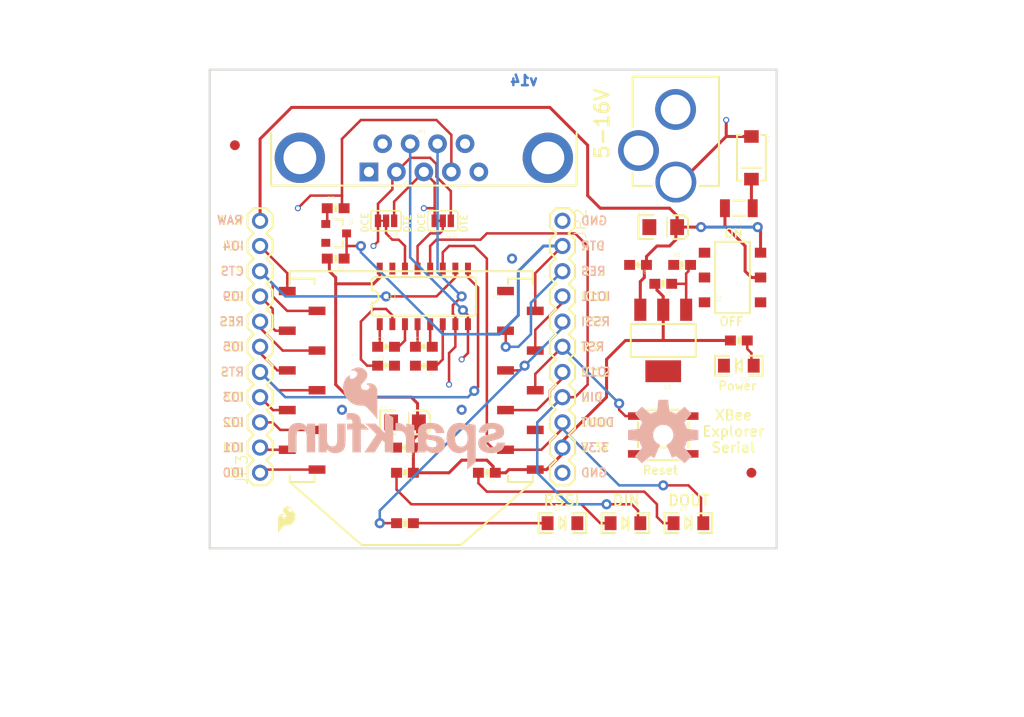
<source format=kicad_pcb>
(kicad_pcb (version 20211014) (generator pcbnew)
  (layers (0 "F.Cu" signal) (31 "B.Cu" signal) (34 "B.Paste" user) (35 "F.Paste" user) (36 "B.SilkS" user "B.Silkscreen") (37 "F.SilkS" user "F.Silkscreen") (38 "B.Mask" user) (39 "F.Mask" user) (44 "Edge.Cuts" user))
  (net 0 "")
  (net 1 "GND")
  (net 2 "RESET")
  (net 3 "RAW")
  (net 4 "N$38")
  (net 5 "N$1")
  (net 6 "N$4")
  (net 7 "DIN")
  (net 8 "DOUT")
  (net 9 "3.3V")
  (net 10 "DIO4")
  (net 11 "CTS")
  (net 12 "DIO9")
  (net 13 "DIO5")
  (net 14 "RTS")
  (net 15 "DIO3")
  (net 16 "DIO2")
  (net 17 "DIO1")
  (net 18 "DIO0")
  (net 19 "RES1")
  (net 20 "RES2")
  (net 21 "DIO11")
  (net 22 "RSSI")
  (net 23 "DIO12")
  (net 24 "N$2")
  (net 25 "N$5")
  (net 26 "N$6")
  (net 27 "N$7")
  (net 28 "N$8")
  (net 29 "N$9")
  (net 30 "N$3")
  (net 31 "N$15")
  (net 32 "N$16")
  (net 33 "RS232-RTS")
  (net 34 "RS232-CTS")
  (net 35 "RS232-DTR")
  (net 36 "RS232-RX")
  (net 37 "DTR")
  (net 38 "N$10")
  (net 39 "N$11")
  (net 40 "N$12")
  (net 41 "N$13")
  (net 42 "N$14")
  (net 43 "RS232-TX")
  (footprint "boardEagle:1X11" (layer "F.Cu") (at 125.0061 121.5136 90)
    (fp_text reference "JP3")
    (fp_text value "")
  )
  (footprint "boardEagle:0603-RES" (layer "F.Cu") (at 139.6111 121.5136 180)
    (fp_text reference "R1")
    (fp_text value "1K")
  )
  (footprint "boardEagle:STAND-OFF" (layer "F.Cu") (at 122.4661 126.5936 -90)
    (fp_text reference "U$5" hide)
    (fp_text value "STAND-OFF" hide)
  )
  (footprint "boardEagle:AYZ0202" (layer "F.Cu") (at 172.6311 101.8286 90)
    (fp_text reference "S1")
    (fp_text value "AYZ0202")
  )
  (footprint "boardEagle:EIA3216" (layer "F.Cu") (at 139.6111 116.4336)
    (fp_text reference "C1")
    (fp_text value "10uF")
  )
  (footprint "boardEagle:PAD-JUMPER-3-2OF3_NC_BY_TRACE_YES_SILK_FULL_BOX" (layer "F.Cu") (at 137.7061 96.1136 180)
    (fp_text reference "SJ1")
    (fp_text value "JUMPER-PAD-3-2OF3_NC_BY_TRACE_SMALL")
  )
  (footprint "boardEagle:TP_15TH" (layer "F.Cu") (at 144.0561 112.6236)
    (fp_text reference "TP2" hide)
    (fp_text value "TEST-POINTTP_15TH_THRU" hide)
  )
  (footprint "boardEagle:CREATIVE_COMMONS" (layer "F.Cu") (at 119.108044 143.2052)
    (fp_text reference "FRAME1" hide)
    (fp_text value "FRAME-LETTER" hide)
  )
  (footprint "boardEagle:LED-1206" (layer "F.Cu") (at 173.2661 110.7186 180)
    (fp_text reference "D5")
    (fp_text value "RED")
  )
  (footprint "boardEagle:DB9" (layer "F.Cu") (at 141.5161 89.7636)
    (fp_text reference "JP1")
    (fp_text value "RS232")
  )
  (footprint "boardEagle:SMA-DIODE" (layer "F.Cu") (at 174.5361 89.7636 -90)
    (fp_text reference "D1")
    (fp_text value "MBRA140")
  )
  (footprint "boardEagle:0603-CAP" (layer "F.Cu") (at 137.7061 108.8136)
    (fp_text reference "C3")
    (fp_text value "0.1uF")
  )
  (footprint "boardEagle:0603-CAP" (layer "F.Cu") (at 137.7061 110.7186)
    (fp_text reference "C4")
    (fp_text value "0.1uF")
  )
  (footprint "boardEagle:REVISION" (layer "F.Cu") (at 131.4069 145.7452)
    (fp_text reference "U$1" hide)
    (fp_text value "REVISION" hide)
  )
  (footprint "boardEagle:SFE_LOGO_FLAME_.1" (layer "F.Cu") (at 126.5301 127.8128)
    (fp_text reference "LOGO3" hide)
    (fp_text value "SFE_LOGO_FLAME.1_INCH" hide)
  )
  (footprint "boardEagle:0603-RES" (layer "F.Cu") (at 132.6261 99.9236 180)
    (fp_text reference "R2")
    (fp_text value "10K")
  )
  (footprint "boardEagle:FIDUCIAL-1X2" (layer "F.Cu") (at 122.4661 88.4936 -90)
    (fp_text reference "U$7" hide)
    (fp_text value "FIDUCIAL1X2" hide)
  )
  (footprint "boardEagle:0603-RES" (layer "F.Cu") (at 139.6111 126.5936 180)
    (fp_text reference "R4")
    (fp_text value "1K")
  )
  (footprint "boardEagle:STAND-OFF" (layer "F.Cu") (at 174.5361 126.5936 -90)
    (fp_text reference "U$9" hide)
    (fp_text value "STAND-OFF" hide)
  )
  (footprint "boardEagle:STAND-OFF" (layer "F.Cu") (at 122.4661 83.4136 -90)
    (fp_text reference "U$11" hide)
    (fp_text value "STAND-OFF" hide)
  )
  (footprint "boardEagle:0603-CAP" (layer "F.Cu") (at 163.1061 100.5586 180)
    (fp_text reference "C8")
    (fp_text value "0.1uF")
  )
  (footprint "boardEagle:TP_15TH" (layer "F.Cu") (at 141.5161 94.8436)
    (fp_text reference "TP4" hide)
    (fp_text value "TEST-POINTTP_15TH_THRU" hide)
  )
  (footprint "boardEagle:0603-RES" (layer "F.Cu") (at 147.8661 121.5136 180)
    (fp_text reference "R3")
    (fp_text value "1K")
  )
  (footprint "boardEagle:TP_15TH" (layer "F.Cu") (at 128.8161 94.8436)
    (fp_text reference "TP3" hide)
    (fp_text value "TEST-POINTTP_15TH_THRU" hide)
  )
  (footprint "boardEagle:SOT223" (layer "F.Cu") (at 165.6461 108.1786 180)
    (fp_text reference "U3")
    (fp_text value "LM117")
  )
  (footprint "boardEagle:PAD-JUMPER-3-2OF3_NC_BY_TRACE_YES_SILK_FULL_BOX" (layer "F.Cu") (at 143.4211 96.1136 180)
    (fp_text reference "SJ2")
    (fp_text value "JUMPER-PAD-3-2OF3_NC_BY_TRACE_SMALL")
  )
  (footprint "boardEagle:PTC-1206" (layer "F.Cu") (at 173.2661 94.8436 180)
    (fp_text reference "F1")
    (fp_text value "PTCTHERMISTOR1206")
  )
  (footprint "boardEagle:LED-1206" (layer "F.Cu") (at 161.8361 126.5936)
    (fp_text reference "D2")
    (fp_text value "YELLOW")
  )
  (footprint "boardEagle:0603-CAP" (layer "F.Cu") (at 139.6111 118.9736 180)
    (fp_text reference "C2")
    (fp_text value "0.1uF")
  )
  (footprint "boardEagle:0603-CAP" (layer "F.Cu") (at 141.5161 108.8136)
    (fp_text reference "C5")
    (fp_text value "0.1uF")
  )
  (footprint "boardEagle:EIA3216" (layer "F.Cu") (at 165.6461 96.7486)
    (fp_text reference "C7")
    (fp_text value "10uF")
  )
  (footprint "boardEagle:TACTILE-SWITCH-SMD" (layer "F.Cu") (at 165.6461 117.7036)
    (fp_text reference "S3")
    (fp_text value "TAC_SWITCHSMD")
  )
  (footprint "boardEagle:TP_15TH" (layer "F.Cu") (at 136.4361 98.6536)
    (fp_text reference "TP5" hide)
    (fp_text value "TEST-POINTTP_15TH_THRU" hide)
  )
  (footprint "boardEagle:SO016" (layer "F.Cu") (at 141.5161 103.7336)
    (fp_text reference "U1")
    (fp_text value "MAX232SOIC16")
  )
  (footprint "boardEagle:POWER_JACK_PTH_LOCK" (layer "F.Cu") (at 166.9161 78.3336 180)
    (fp_text reference "JP4" hide)
    (fp_text value "POWER_JACKPTH_LOCK" hide)
  )
  (footprint "boardEagle:SOT23-3" (layer "F.Cu") (at 132.6261 97.3836 -90)
    (fp_text reference "Q1")
    (fp_text value "MBT2222")
  )
  (footprint "boardEagle:LED-1206" (layer "F.Cu") (at 168.1861 126.5936)
    (fp_text reference "D3")
    (fp_text value "GREEN")
  )
  (footprint "boardEagle:0603-CAP" (layer "F.Cu") (at 141.5161 110.7186 180)
    (fp_text reference "C6")
    (fp_text value "0.1uF")
  )
  (footprint "boardEagle:0603-RES" (layer "F.Cu") (at 173.2661 108.1786 180)
    (fp_text reference "R11")
    (fp_text value "1K")
  )
  (footprint "boardEagle:STAND-OFF" (layer "F.Cu") (at 174.5361 83.4136 -90)
    (fp_text reference "U$10" hide)
    (fp_text value "STAND-OFF" hide)
  )
  (footprint "boardEagle:XBEE-SMD" (layer "F.Cu") (at 140.2461 101.1936 180)
    (fp_text reference "U2")
    (fp_text value "XBEE-1B3")
  )
  (footprint "boardEagle:1X11" (layer "F.Cu") (at 155.4861 96.1136 -90)
    (fp_text reference "JP2")
    (fp_text value "")
  )
  (footprint "boardEagle:FIDUCIAL-1X2" (layer "F.Cu") (at 174.5361 121.5136 -90)
    (fp_text reference "U$16" hide)
    (fp_text value "FIDUCIAL1X2" hide)
  )
  (footprint "boardEagle:LED-1206" (layer "F.Cu") (at 155.4861 126.5936)
    (fp_text reference "D4")
    (fp_text value "GREEN")
  )
  (footprint "boardEagle:0603-RES" (layer "F.Cu") (at 165.6461 102.4636 180)
    (fp_text reference "R6")
    (fp_text value "240")
  )
  (footprint "boardEagle:0603-RES" (layer "F.Cu") (at 167.5511 100.5586)
    (fp_text reference "R5")
    (fp_text value "390")
  )
  (footprint "boardEagle:TP_15TH" (layer "F.Cu") (at 145.3261 110.0836)
    (fp_text reference "TP1" hide)
    (fp_text value "TEST-POINTTP_15TH_THRU" hide)
  )
  (footprint "boardEagle:TP_15TH" (layer "F.Cu") (at 171.9961 85.9536)
    (fp_text reference "TP6" hide)
    (fp_text value "TEST-POINTTP_15TH_THRU" hide)
  )
  (footprint "boardEagle:0603-RES" (layer "F.Cu") (at 132.6261 94.8436)
    (fp_text reference "R7")
    (fp_text value "1K")
  )
  (footprint "boardEagle:OSHW-LOGO-L" (layer "B.Cu") (at 165.6461 117.7036 180)
    (fp_text reference "LOGO1" hide)
    (fp_text value "OSHW-LOGOL" hide)
  )
  (footprint "boardEagle:SFE_LOGO_NAME_FLAME_.2" (layer "B.Cu") (at 150.3553 121.2088 180)
    (fp_text reference "LOGO2" hide)
    (fp_text value "SFE_LOGO_NAME_FLAME.2_INCH" hide)
  )
  (gr_line (start 177.0761 80.8736) (end 119.9261 80.8736) (layer "Edge.Cuts") (width 0.2032))
  (gr_line (start 177.0761 129.1336) (end 177.0761 80.8736) (layer "Edge.Cuts") (width 0.2032))
  (gr_line (start 119.9261 129.1336) (end 177.0761 129.1336) (layer "Edge.Cuts") (width 0.2032))
  (gr_line (start 119.9261 80.8736) (end 119.9261 129.1336) (layer "Edge.Cuts") (width 0.2032))
  (gr_text "v14" (at 153.1239 82.5754) (layer "B.Cu") (effects (font (size 1.016 1.016) (thickness 0.254)) (justify left bottom mirror)))
  (gr_text "RAW" (at 123.3551 96.5581) (layer "B.SilkS") (effects (font (size 0.8636 0.8636) (thickness 0.1524)) (justify left bottom mirror)))
  (gr_text "RST" (at 157.2641 109.3216) (layer "B.SilkS") (effects (font (size 0.8636 0.8636) (thickness 0.1524)) (justify right bottom mirror)))
  (gr_text "IO0" (at 123.4821 122.0216) (layer "B.SilkS") (effects (font (size 0.8636 0.8636) (thickness 0.1524)) (justify left bottom mirror)))
  (gr_text "RES" (at 123.4821 106.7816) (layer "B.SilkS") (effects (font (size 0.8636 0.8636) (thickness 0.1524)) (justify left bottom mirror)))
  (gr_text "IO5" (at 123.4821 109.3216) (layer "B.SilkS") (effects (font (size 0.8636 0.8636) (thickness 0.1524)) (justify left bottom mirror)))
  (gr_text "IO2" (at 123.4821 116.9416) (layer "B.SilkS") (effects (font (size 0.8636 0.8636) (thickness 0.1524)) (justify left bottom mirror)))
  (gr_text "DIN" (at 157.2641 114.4016) (layer "B.SilkS") (effects (font (size 0.8636 0.8636) (thickness 0.1524)) (justify right bottom mirror)))
  (gr_text "DTR" (at 157.2641 99.1616) (layer "B.SilkS") (effects (font (size 0.8636 0.8636) (thickness 0.1524)) (justify right bottom mirror)))
  (gr_text "CTS" (at 123.4821 101.7016) (layer "B.SilkS") (effects (font (size 0.8636 0.8636) (thickness 0.1524)) (justify left bottom mirror)))
  (gr_text "RES" (at 157.2641 101.7016) (layer "B.SilkS") (effects (font (size 0.8636 0.8636) (thickness 0.1524)) (justify right bottom mirror)))
  (gr_text "DOUT" (at 157.2641 116.9416) (layer "B.SilkS") (effects (font (size 0.8636 0.8636) (thickness 0.1524)) (justify right bottom mirror)))
  (gr_text "IO12" (at 157.2641 111.8616) (layer "B.SilkS") (effects (font (size 0.8636 0.8636) (thickness 0.1524)) (justify right bottom mirror)))
  (gr_text "RSSI" (at 157.2641 106.7816) (layer "B.SilkS") (effects (font (size 0.8636 0.8636) (thickness 0.1524)) (justify right bottom mirror)))
  (gr_text "IO4" (at 123.4821 99.1616) (layer "B.SilkS") (effects (font (size 0.8636 0.8636) (thickness 0.1524)) (justify left bottom mirror)))
  (gr_text "IO11" (at 157.2641 104.2416) (layer "B.SilkS") (effects (font (size 0.8636 0.8636) (thickness 0.1524)) (justify right bottom mirror)))
  (gr_text "RTS" (at 123.4821 111.8616) (layer "B.SilkS") (effects (font (size 0.8636 0.8636) (thickness 0.1524)) (justify left bottom mirror)))
  (gr_text "GND" (at 157.2641 96.6216) (layer "B.SilkS") (effects (font (size 0.8636 0.8636) (thickness 0.1524)) (justify right bottom mirror)))
  (gr_text "GND" (at 157.2641 122.0216) (layer "B.SilkS") (effects (font (size 0.8636 0.8636) (thickness 0.1524)) (justify right bottom mirror)))
  (gr_text "3.3V" (at 157.2641 119.4816) (layer "B.SilkS") (effects (font (size 0.8636 0.8636) (thickness 0.1524)) (justify right bottom mirror)))
  (gr_text "IO3" (at 123.4821 114.4016) (layer "B.SilkS") (effects (font (size 0.8636 0.8636) (thickness 0.1524)) (justify left bottom mirror)))
  (gr_text "IO1" (at 123.4821 119.4816) (layer "B.SilkS") (effects (font (size 0.8636 0.8636) (thickness 0.1524)) (justify left bottom mirror)))
  (gr_text "IO9" (at 123.4821 104.2416) (layer "B.SilkS") (effects (font (size 0.8636 0.8636) (thickness 0.1524)) (justify left bottom mirror)))
  (gr_text "DIN" (at 157.2641 114.4016) (layer "F.SilkS") (effects (font (size 0.8636 0.8636) (thickness 0.1524)) (justify left bottom)))
  (gr_text "5-16V" (at 160.3121 90.0176 90) (layer "F.SilkS") (effects (font (size 1.42494 1.42494) (thickness 0.25146)) (justify left bottom)))
  (gr_text "DTR" (at 157.2641 99.1616) (layer "F.SilkS") (effects (font (size 0.8636 0.8636) (thickness 0.1524)) (justify left bottom)))
  (gr_text "IO3" (at 123.4821 114.4016) (layer "F.SilkS") (effects (font (size 0.8636 0.8636) (thickness 0.1524)) (justify right bottom)))
  (gr_text "CTS" (at 123.4821 101.7016) (layer "F.SilkS") (effects (font (size 0.8636 0.8636) (thickness 0.1524)) (justify right bottom)))
  (gr_text "DCE" (at 135.1661 97.3836 90) (layer "F.SilkS") (effects (font (size 0.69088 0.69088) (thickness 0.12192)) (justify left top)))
  (gr_text "IO1" (at 123.4821 119.4816) (layer "F.SilkS") (effects (font (size 0.8636 0.8636) (thickness 0.1524)) (justify right bottom)))
  (gr_text "IO5" (at 123.4821 109.3216) (layer "F.SilkS") (effects (font (size 0.8636 0.8636) (thickness 0.1524)) (justify right bottom)))
  (gr_text "IO12" (at 157.2641 111.8616) (layer "F.SilkS") (effects (font (size 0.8636 0.8636) (thickness 0.1524)) (justify left bottom)))
  (gr_text "DTE" (at 145.9611 97.3836 90) (layer "F.SilkS") (effects (font (size 0.69088 0.69088) (thickness 0.12192)) (justify left bottom)))
  (gr_text "3.3V" (at 157.2641 119.4816) (layer "F.SilkS") (effects (font (size 0.8636 0.8636) (thickness 0.1524)) (justify left bottom)))
  (gr_text "DOUT" (at 157.2641 116.9416) (layer "F.SilkS") (effects (font (size 0.8636 0.8636) (thickness 0.1524)) (justify left bottom)))
  (gr_text "DIN" (at 160.4391 124.9426) (layer "F.SilkS") (effects (font (size 1.0795 1.0795) (thickness 0.1905)) (justify left bottom)))
  (gr_text "RSSI" (at 157.2641 106.7816) (layer "F.SilkS") (effects (font (size 0.8636 0.8636) (thickness 0.1524)) (justify left bottom)))
  (gr_text "ON" (at 171.7421 97.8916) (layer "F.SilkS") (effects (font (size 0.8636 0.8636) (thickness 0.1524)) (justify left bottom)))
  (gr_text "OFF" (at 171.2341 106.7816) (layer "F.SilkS") (effects (font (size 0.8636 0.8636) (thickness 0.1524)) (justify left bottom)))
  (gr_text "IO4" (at 123.4821 99.1616) (layer "F.SilkS") (effects (font (size 0.8636 0.8636) (thickness 0.1524)) (justify right bottom)))
  (gr_text "RST" (at 157.2641 109.3216) (layer "F.SilkS") (effects (font (size 0.8636 0.8636) (thickness 0.1524)) (justify left bottom)))
  (gr_text "RES" (at 123.4821 106.7816) (layer "F.SilkS") (effects (font (size 0.8636 0.8636) (thickness 0.1524)) (justify right bottom)))
  (gr_text "RSSI" (at 153.4541 124.9426) (layer "F.SilkS") (effects (font (size 1.0795 1.0795) (thickness 0.1905)) (justify left bottom)))
  (gr_text "RAW" (at 123.4821 96.6216) (layer "F.SilkS") (effects (font (size 0.8636 0.8636) (thickness 0.1524)) (justify right bottom)))
  (gr_text "XBee\nExplorer\nSerial\n" (at 172.72 115.1128) (layer "F.SilkS") (effects (font (size 1.01473 1.01473) (thickness 0.17907)) (justify top)))
  (gr_text "DTE" (at 140.2461 97.3836 90) (layer "F.SilkS") (effects (font (size 0.69088 0.69088) (thickness 0.12192)) (justify left bottom)))
  (gr_text "DCE" (at 140.8811 97.3836 90) (layer "F.SilkS") (effects (font (size 0.69088 0.69088) (thickness 0.12192)) (justify left top)))
  (gr_text "Power" (at 171.1071 113.2586) (layer "F.SilkS") (effects (font (size 0.8636 0.8636) (thickness 0.1524)) (justify left bottom)))
  (gr_text "IO0" (at 123.4821 122.0216) (layer "F.SilkS") (effects (font (size 0.8636 0.8636) (thickness 0.1524)) (justify right bottom)))
  (gr_text "IO2" (at 123.4821 116.9416) (layer "F.SilkS") (effects (font (size 0.8636 0.8636) (thickness 0.1524)) (justify right bottom)))
  (gr_text "Reset" (at 163.4871 121.7676) (layer "F.SilkS") (effects (font (size 0.8636 0.8636) (thickness 0.1524)) (justify left bottom)))
  (gr_text "RES" (at 157.2641 101.7016) (layer "F.SilkS") (effects (font (size 0.8636 0.8636) (thickness 0.1524)) (justify left bottom)))
  (gr_text "GND" (at 157.2641 122.0216) (layer "F.SilkS") (effects (font (size 0.8636 0.8636) (thickness 0.1524)) (justify left bottom)))
  (gr_text "GND" (at 157.2641 96.6216) (layer "F.SilkS") (effects (font (size 0.8636 0.8636) (thickness 0.1524)) (justify left bottom)))
  (gr_text "DOUT" (at 166.0271 124.9426) (layer "F.SilkS") (effects (font (size 1.0795 1.0795) (thickness 0.1905)) (justify left bottom)))
  (gr_text "IO11" (at 157.2641 104.2416) (layer "F.SilkS") (effects (font (size 0.8636 0.8636) (thickness 0.1524)) (justify left bottom)))
  (gr_text "RTS" (at 123.4821 111.8616) (layer "F.SilkS") (effects (font (size 0.8636 0.8636) (thickness 0.1524)) (justify right bottom)))
  (gr_text "IO9" (at 123.4821 104.2416) (layer "F.SilkS") (effects (font (size 0.8636 0.8636) (thickness 0.1524)) (justify right bottom)))
  (via (at 133.2611 115.1636) (size 1.016) (drill 0.508) (layers "F.Cu" "B.Cu") (net 1))
  (via (at 150.4061 99.9236) (size 1.016) (drill 0.508) (layers "F.Cu" "B.Cu") (net 1))
  (via (at 145.3261 115.1636) (size 1.016) (drill 0.508) (layers "F.Cu" "B.Cu") (net 1))
  (segment (start 152.7461 113.1936) (end 152.7461 111.5536) (width 0.254) (layer "F.Cu") (net 2))
  (segment (start 161.2011 115.1636) (end 161.8361 115.7986) (width 0.254) (layer "F.Cu") (net 2))
  (segment (start 152.7461 111.5536) (end 155.4861 108.8136) (width 0.254) (layer "F.Cu") (net 2))
  (segment (start 161.8361 115.7986) (end 162.8521 115.7986) (width 0.254) (layer "F.Cu") (net 2))
  (segment (start 168.8211 115.7986) (end 168.4401 115.7986) (width 0.254) (layer "F.Cu") (net 2))
  (segment (start 162.8521 115.7986) (end 168.4401 115.7986) (width 0.254) (layer "F.Cu") (net 2))
  (segment (start 161.2011 114.5286) (end 161.2011 115.1636) (width 0.254) (layer "F.Cu") (net 2))
  (via (at 161.2011 114.5286) (size 1.016) (drill 0.508) (layers "F.Cu" "B.Cu") (net 2))
  (segment (start 155.4861 108.8136) (end 161.2011 114.5286) (width 0.254) (layer "B.Cu") (net 2))
  (segment (start 154.2161 84.6836) (end 158.0261 88.4936) (width 0.3048) (layer "F.Cu") (net 3))
  (segment (start 125.0061 87.8586) (end 125.0061 96.1136) (width 0.3048) (layer "F.Cu") (net 3))
  (segment (start 169.4561 96.7486) (end 167.0461 96.7486) (width 0.3048) (layer "F.Cu") (net 3))
  (segment (start 167.0461 96.7486) (end 167.0461 95.6086) (width 0.3048) (layer "F.Cu") (net 3))
  (segment (start 159.2961 94.8436) (end 166.2811 94.8436) (width 0.3048) (layer "F.Cu") (net 3))
  (segment (start 175.4561 99.3286) (end 175.4561 97.0336) (width 0.3048) (layer "F.Cu") (net 3))
  (segment (start 158.0261 93.5736) (end 159.2961 94.8436) (width 0.3048) (layer "F.Cu") (net 3))
  (segment (start 165.0111 98.6536) (end 166.2811 98.6536) (width 0.3048) (layer "F.Cu") (net 3))
  (segment (start 158.0261 88.4936) (end 158.0261 93.5736) (width 0.3048) (layer "F.Cu") (net 3))
  (segment (start 175.4561 97.0336) (end 175.1711 96.7486) (width 0.3048) (layer "F.Cu") (net 3))
  (segment (start 163.9561 99.7086) (end 165.0111 98.6536) (width 0.3048) (layer "F.Cu") (net 3))
  (segment (start 163.3347 105.0798) (end 163.3347 102.235) (width 0.3048) (layer "F.Cu") (net 3))
  (segment (start 163.3347 102.235) (end 163.7411 101.8286) (width 0.3048) (layer "F.Cu") (net 3))
  (segment (start 163.7411 101.8286) (end 163.7411 100.7736) (width 0.3048) (layer "F.Cu") (net 3))
  (segment (start 163.9561 100.5586) (end 163.9561 99.7086) (width 0.3048) (layer "F.Cu") (net 3))
  (segment (start 154.2161 84.6836) (end 128.1811 84.6836) (width 0.3048) (layer "F.Cu") (net 3))
  (segment (start 163.7411 100.7736) (end 163.9561 100.5586) (width 0.3048) (layer "F.Cu") (net 3))
  (segment (start 166.9161 98.0186) (end 166.9161 96.8786) (width 0.3048) (layer "F.Cu") (net 3))
  (segment (start 166.9161 96.8786) (end 167.0461 96.7486) (width 0.3048) (layer "F.Cu") (net 3))
  (segment (start 166.2811 98.6536) (end 166.9161 98.0186) (width 0.3048) (layer "F.Cu") (net 3))
  (segment (start 128.1811 84.6836) (end 125.0061 87.8586) (width 0.3048) (layer "F.Cu") (net 3))
  (segment (start 167.0461 95.6086) (end 166.2811 94.8436) (width 0.3048) (layer "F.Cu") (net 3))
  (via (at 169.4561 96.7486) (size 1.016) (drill 0.508) (layers "F.Cu" "B.Cu") (net 3))
  (via (at 175.1711 96.7486) (size 1.016) (drill 0.508) (layers "F.Cu" "B.Cu") (net 3))
  (segment (start 175.1711 96.7486) (end 169.4561 96.7486) (width 0.3048) (layer "B.Cu") (net 3))
  (segment (start 174.5361 109.4486) (end 174.5361 110.4886) (width 0.254) (layer "F.Cu") (net 4))
  (segment (start 174.5361 110.4886) (end 174.7661 110.7186) (width 0.254) (layer "F.Cu") (net 4))
  (segment (start 174.1161 109.0286) (end 174.5361 109.4486) (width 0.254) (layer "F.Cu") (net 4))
  (segment (start 174.1161 108.1786) (end 174.1161 109.0286) (width 0.254) (layer "F.Cu") (net 4))
  (segment (start 157.3911 124.6886) (end 159.2961 126.5936) (width 0.254) (layer "F.Cu") (net 5))
  (segment (start 138.7611 123.2036) (end 140.2461 124.6886) (width 0.254) (layer "F.Cu") (net 5))
  (segment (start 138.7611 121.5136) (end 138.7611 123.2036) (width 0.254) (layer "F.Cu") (net 5))
  (segment (start 140.2461 124.6886) (end 157.3911 124.6886) (width 0.254) (layer "F.Cu") (net 5))
  (segment (start 159.2961 126.5936) (end 160.3361 126.5936) (width 0.254) (layer "F.Cu") (net 5))
  (segment (start 163.7411 123.4186) (end 165.0111 124.6886) (width 0.254) (layer "F.Cu") (net 6))
  (segment (start 165.6461 126.5936) (end 166.6861 126.5936) (width 0.254) (layer "F.Cu") (net 6))
  (segment (start 147.8661 123.4186) (end 163.7411 123.4186) (width 0.254) (layer "F.Cu") (net 6))
  (segment (start 147.0161 122.5686) (end 147.8661 123.4186) (width 0.254) (layer "F.Cu") (net 6))
  (segment (start 165.0111 125.9586) (end 165.6461 126.5936) (width 0.254) (layer "F.Cu") (net 6))
  (segment (start 165.0111 124.6886) (end 165.0111 125.9586) (width 0.254) (layer "F.Cu") (net 6))
  (segment (start 147.0161 121.5136) (end 147.0161 122.5686) (width 0.254) (layer "F.Cu") (net 6))
  (segment (start 142.1511 100.9336) (end 142.1511 98.6536) (width 0.254) (layer "F.Cu") (net 7))
  (segment (start 156.7561 113.8936) (end 155.4861 113.8936) (width 0.254) (layer "F.Cu") (net 7))
  (segment (start 147.8661 97.3836) (end 156.7561 97.3836) (width 0.254) (layer "F.Cu") (net 7))
  (segment (start 152.9461 116.4336) (end 155.4861 113.8936) (width 0.254) (layer "F.Cu") (net 7))
  (segment (start 142.1511 100.4316) (end 142.2781 100.5586) (width 0.254) (layer "F.Cu") (net 7))
  (segment (start 158.0261 98.6536) (end 158.0261 112.6236) (width 0.254) (layer "F.Cu") (net 7))
  (segment (start 152.9461 117.1956) (end 152.9461 116.4336) (width 0.254) (layer "F.Cu") (net 7))
  (segment (start 152.9461 117.1956) (end 152.9441 117.1936) (width 0.254) (layer "F.Cu") (net 7))
  (segment (start 152.9441 117.1936) (end 152.7461 117.1936) (width 0.254) (layer "F.Cu") (net 7))
  (segment (start 156.7561 97.3836) (end 158.0261 98.6536) (width 0.254) (layer "F.Cu") (net 7))
  (segment (start 147.2311 98.0186) (end 147.8661 97.3836) (width 0.254) (layer "F.Cu") (net 7))
  (segment (start 158.0261 112.6236) (end 156.7561 113.8936) (width 0.254) (layer "F.Cu") (net 7))
  (segment (start 142.1511 100.9336) (end 142.1511 100.4316) (width 0.254) (layer "F.Cu") (net 7))
  (segment (start 162.4711 124.6886) (end 163.1061 125.3236) (width 0.254) (layer "F.Cu") (net 7))
  (segment (start 163.1061 125.3236) (end 163.1061 126.3636) (width 0.254) (layer "F.Cu") (net 7))
  (segment (start 142.1511 98.6536) (end 142.7861 98.0186) (width 0.254) (layer "F.Cu") (net 7))
  (segment (start 142.7861 98.0186) (end 147.2311 98.0186) (width 0.254) (layer "F.Cu") (net 7))
  (segment (start 159.9311 124.6886) (end 162.4711 124.6886) (width 0.254) (layer "F.Cu") (net 7))
  (segment (start 163.1061 126.3636) (end 163.3361 126.5936) (width 0.254) (layer "F.Cu") (net 7))
  (via (at 159.9311 124.6886) (size 1.016) (drill 0.508) (layers "F.Cu" "B.Cu") (net 7))
  (segment (start 152.9461 121.5136) (end 156.1211 124.6886) (width 0.254) (layer "B.Cu") (net 7))
  (segment (start 152.9461 116.4336) (end 152.9461 121.5136) (width 0.254) (layer "B.Cu") (net 7))
  (segment (start 156.1211 124.6886) (end 159.9311 124.6886) (width 0.254) (layer "B.Cu") (net 7))
  (segment (start 155.4861 113.8936) (end 152.9461 116.4336) (width 0.254) (layer "B.Cu") (net 7))
  (segment (start 153.3611 119.1936) (end 155.4861 117.0686) (width 0.254) (layer "F.Cu") (net 8))
  (segment (start 146.5961 98.6536) (end 147.8661 99.9236) (width 0.254) (layer "F.Cu") (net 8))
  (segment (start 165.6461 122.7836) (end 168.1861 122.7836) (width 0.254) (layer "F.Cu") (net 8))
  (segment (start 147.8661 118.4656) (end 148.5941 119.1936) (width 0.254) (layer "F.Cu") (net 8))
  (segment (start 169.4561 126.3636) (end 169.6861 126.5936) (width 0.254) (layer "F.Cu") (net 8))
  (segment (start 149.7461 119.1936) (end 153.3611 119.1936) (width 0.254) (layer "F.Cu") (net 8))
  (segment (start 169.4561 124.0536) (end 169.4561 126.3636) (width 0.254) (layer "F.Cu") (net 8))
  (segment (start 155.4861 117.0686) (end 155.4861 116.4336) (width 0.254) (layer "F.Cu") (net 8))
  (segment (start 143.4211 100.9336) (end 143.4211 99.2886) (width 0.254) (layer "F.Cu") (net 8))
  (segment (start 147.8661 99.9236) (end 147.8661 118.4656) (width 0.254) (layer "F.Cu") (net 8))
  (segment (start 144.0561 98.6536) (end 146.5961 98.6536) (width 0.254) (layer "F.Cu") (net 8))
  (segment (start 143.4211 99.2886) (end 144.0561 98.6536) (width 0.254) (layer "F.Cu") (net 8))
  (segment (start 168.1861 122.7836) (end 169.4561 124.0536) (width 0.254) (layer "F.Cu") (net 8))
  (segment (start 148.5941 119.1936) (end 149.7461 119.1936) (width 0.254) (layer "F.Cu") (net 8))
  (via (at 165.6461 122.7836) (size 1.016) (drill 0.508) (layers "F.Cu" "B.Cu") (net 8))
  (segment (start 155.4861 117.0686) (end 161.2011 122.7836) (width 0.254) (layer "B.Cu") (net 8))
  (segment (start 155.4861 116.4336) (end 155.4861 117.0686) (width 0.254) (layer "B.Cu") (net 8))
  (segment (start 161.2011 122.7836) (end 165.6461 122.7836) (width 0.254) (layer "B.Cu") (net 8))
  (segment (start 137.0711 101.8286) (end 137.0711 100.9336) (width 0.3048) (layer "F.Cu") (net 9))
  (segment (start 159.9311 113.8936) (end 159.9311 110.0836) (width 0.3048) (layer "F.Cu") (net 9))
  (segment (start 140.4611 121.5136) (end 144.0561 121.5136) (width 0.3048) (layer "F.Cu") (net 9))
  (segment (start 155.4861 118.3386) (end 159.9311 113.8936) (width 0.3048) (layer "F.Cu") (net 9))
  (segment (start 161.8361 108.1786) (end 165.6461 108.1786) (width 0.3048) (layer "F.Cu") (net 9))
  (segment (start 149.7661 121.5136) (end 150.0861 121.1936) (width 0.3048) (layer "F.Cu") (net 9))
  (segment (start 165.0111 102.6786) (end 164.7961 102.4636) (width 0.3048) (layer "F.Cu") (net 9))
  (segment (start 145.3261 120.2436) (end 147.8661 120.2436) (width 0.3048) (layer "F.Cu") (net 9))
  (segment (start 140.8811 116.3036) (end 141.0111 116.4336) (width 0.3048) (layer "F.Cu") (net 9))
  (segment (start 132.6261 102.4636) (end 132.6261 101.8286) (width 0.3048) (layer "F.Cu") (net 9))
  (segment (start 150.0861 121.1936) (end 152.7461 121.1936) (width 0.3048) (layer "F.Cu") (net 9))
  (segment (start 140.4611 118.9736) (end 140.4611 118.1236) (width 0.3048) (layer "F.Cu") (net 9))
  (segment (start 165.6461 103.7336) (end 165.0111 103.0986) (width 0.3048) (layer "F.Cu") (net 9))
  (segment (start 140.8811 116.5636) (end 141.0111 116.4336) (width 0.3048) (layer "F.Cu") (net 9))
  (segment (start 153.9011 121.1936) (end 155.4861 119.6086) (width 0.3048) (layer "F.Cu") (net 9))
  (segment (start 152.7461 121.1936) (end 153.9011 121.1936) (width 0.3048) (layer "F.Cu") (net 9))
  (segment (start 148.5011 121.2986) (end 148.7161 121.5136) (width 0.3048) (layer "F.Cu") (net 9))
  (segment (start 165.6461 105.0798) (end 165.6461 103.7336) (width 0.3048) (layer "F.Cu") (net 9))
  (segment (start 140.8811 114.5286) (end 140.8811 116.3036) (width 0.3048) (layer "F.Cu") (net 9))
  (segment (start 132.6261 112.6236) (end 132.6261 102.4636) (width 0.3048) (layer "F.Cu") (net 9))
  (segment (start 165.6461 105.0798) (end 165.6461 108.1786) (width 0.3048) (layer "F.Cu") (net 9))
  (segment (start 147.8661 120.2436) (end 148.5011 120.8786) (width 0.3048) (layer "F.Cu") (net 9))
  (segment (start 144.0561 121.5136) (end 145.3261 120.2436) (width 0.3048) (layer "F.Cu") (net 9))
  (segment (start 136.4361 102.4636) (end 137.0711 101.8286) (width 0.3048) (layer "F.Cu") (net 9))
  (segment (start 155.4861 119.6086) (end 155.4861 118.9736) (width 0.3048) (layer "F.Cu") (net 9))
  (segment (start 140.4611 118.1236) (end 140.8811 117.7036) (width 0.3048) (layer "F.Cu") (net 9))
  (segment (start 148.5011 120.8786) (end 148.5011 121.2986) (width 0.3048) (layer "F.Cu") (net 9))
  (segment (start 140.8811 117.7036) (end 140.8811 116.5636) (width 0.3048) (layer "F.Cu") (net 9))
  (segment (start 132.6261 101.8286) (end 131.9911 101.1936) (width 0.3048) (layer "F.Cu") (net 9))
  (segment (start 133.8961 113.8936) (end 140.2461 113.8936) (width 0.3048) (layer "F.Cu") (net 9))
  (segment (start 148.7161 121.5136) (end 149.7661 121.5136) (width 0.3048) (layer "F.Cu") (net 9))
  (segment (start 131.9911 101.1936) (end 131.9911 100.1386) (width 0.3048) (layer "F.Cu") (net 9))
  (segment (start 131.9911 100.1386) (end 131.7761 99.9236) (width 0.3048) (layer "F.Cu") (net 9))
  (segment (start 140.2461 113.8936) (end 140.8811 114.5286) (width 0.3048) (layer "F.Cu") (net 9))
  (segment (start 140.4611 118.9736) (end 140.4611 121.5136) (width 0.3048) (layer "F.Cu") (net 9))
  (segment (start 165.0111 103.0986) (end 165.0111 102.6786) (width 0.3048) (layer "F.Cu") (net 9))
  (segment (start 165.6461 108.1786) (end 172.4161 108.1786) (width 0.3048) (layer "F.Cu") (net 9))
  (segment (start 159.9311 110.0836) (end 161.8361 108.1786) (width 0.3048) (layer "F.Cu") (net 9))
  (segment (start 155.4861 118.9736) (end 155.4861 118.3386) (width 0.3048) (layer "F.Cu") (net 9))
  (segment (start 132.6261 112.6236) (end 133.8961 113.8936) (width 0.3048) (layer "F.Cu") (net 9))
  (segment (start 132.6261 102.4636) (end 136.4361 102.4636) (width 0.3048) (layer "F.Cu") (net 9))
  (segment (start 127.7461 101.3936) (end 127.7461 103.1936) (width 0.254) (layer "F.Cu") (net 10))
  (segment (start 125.0061 98.6536) (end 127.7461 101.3936) (width 0.254) (layer "F.Cu") (net 10))
  (segment (start 126.2761 103.7336) (end 126.2761 102.4636) (width 0.254) (layer "F.Cu") (net 11))
  (segment (start 126.2761 102.4636) (end 125.0061 101.1936) (width 0.254) (layer "F.Cu") (net 11))
  (segment (start 142.7861 103.7336) (end 144.6911 101.8286) (width 0.254) (layer "F.Cu") (net 11))
  (segment (start 144.6911 101.8286) (end 144.6911 100.9336) (width 0.254) (layer "F.Cu") (net 11))
  (segment (start 127.7361 105.1936) (end 126.2761 103.7336) (width 0.254) (layer "F.Cu") (net 11))
  (segment (start 130.7461 105.1936) (end 127.7361 105.1936) (width 0.254) (layer "F.Cu") (net 11))
  (segment (start 137.7061 103.7336) (end 142.7861 103.7336) (width 0.254) (layer "F.Cu") (net 11))
  (via (at 137.7061 103.7336) (size 1.016) (drill 0.508) (layers "F.Cu" "B.Cu") (net 11))
  (segment (start 137.7061 103.7336) (end 127.5461 103.7336) (width 0.254) (layer "B.Cu") (net 11))
  (segment (start 127.5461 103.7336) (end 125.0061 101.1936) (width 0.254) (layer "B.Cu") (net 11))
  (segment (start 126.2761 105.0036) (end 125.0061 103.7336) (width 0.254) (layer "F.Cu") (net 12))
  (segment (start 126.2761 106.9086) (end 126.2761 105.0036) (width 0.254) (layer "F.Cu") (net 12))
  (segment (start 127.7461 107.1936) (end 126.5611 107.1936) (width 0.254) (layer "F.Cu") (net 12))
  (segment (start 126.5611 107.1936) (end 126.2761 106.9086) (width 0.254) (layer "F.Cu") (net 12))
  (segment (start 126.7511 111.1936) (end 125.0061 109.4486) (width 0.254) (layer "F.Cu") (net 13))
  (segment (start 127.7461 111.1936) (end 126.7511 111.1936) (width 0.254) (layer "F.Cu") (net 13))
  (segment (start 125.0061 109.4486) (end 125.0061 108.8136) (width 0.254) (layer "F.Cu") (net 13))
  (segment (start 130.7461 113.1936) (end 126.8461 113.1936) (width 0.254) (layer "F.Cu") (net 14))
  (segment (start 146.9771 112.8776) (end 146.5961 113.2586) (width 0.254) (layer "F.Cu") (net 14))
  (segment (start 145.9611 101.8286) (end 145.9611 100.9336) (width 0.254) (layer "F.Cu") (net 14))
  (segment (start 146.9771 112.8776) (end 146.9771 102.8446) (width 0.254) (layer "F.Cu") (net 14))
  (segment (start 146.9771 102.8446) (end 145.9611 101.8286) (width 0.254) (layer "F.Cu") (net 14))
  (segment (start 126.8461 113.1936) (end 125.0061 111.3536) (width 0.254) (layer "F.Cu") (net 14))
  (segment (start 130.7461 113.1936) (end 130.7461 113.3606) (width 0.254) (layer "F.Cu") (net 14))
  (segment (start 130.7461 113.3606) (end 130.7211 113.3856) (width 0.254) (layer "F.Cu") (net 14))
  (via (at 146.5961 113.2586) (size 1.016) (drill 0.508) (layers "F.Cu" "B.Cu") (net 14))
  (segment (start 127.5461 113.8936) (end 145.9611 113.8936) (width 0.254) (layer "B.Cu") (net 14))
  (segment (start 127.5461 113.8936) (end 125.0061 111.3536) (width 0.254) (layer "B.Cu") (net 14))
  (segment (start 145.9611 113.8936) (end 146.5961 113.2586) (width 0.254) (layer "B.Cu") (net 14))
  (segment (start 126.3061 115.1936) (end 125.0061 113.8936) (width 0.254) (layer "F.Cu") (net 15))
  (segment (start 127.7461 115.1936) (end 126.3061 115.1936) (width 0.254) (layer "F.Cu") (net 15))
  (segment (start 126.2761 116.4336) (end 125.0061 116.4336) (width 0.254) (layer "F.Cu") (net 16))
  (segment (start 130.7461 117.1936) (end 127.0361 117.1936) (width 0.254) (layer "F.Cu") (net 16))
  (segment (start 127.0361 117.1936) (end 126.2761 116.4336) (width 0.254) (layer "F.Cu") (net 16))
  (segment (start 125.2261 119.1936) (end 125.0061 118.9736) (width 0.254) (layer "F.Cu") (net 17))
  (segment (start 127.7461 119.1936) (end 125.2261 119.1936) (width 0.254) (layer "F.Cu") (net 17))
  (segment (start 130.7461 121.1936) (end 125.3261 121.1936) (width 0.254) (layer "F.Cu") (net 18))
  (segment (start 125.3261 121.1936) (end 125.0061 121.5136) (width 0.254) (layer "F.Cu") (net 18))
  (segment (start 149.7711 107.2186) (end 149.7711 108.8136) (width 0.254) (layer "F.Cu") (net 19))
  (segment (start 149.7711 107.2186) (end 149.7461 107.1936) (width 0.254) (layer "F.Cu") (net 19))
  (via (at 149.7711 108.8136) (size 1.016) (drill 0.508) (layers "F.Cu" "B.Cu") (net 19))
  (segment (start 149.7711 108.8136) (end 151.0411 108.8136) (width 0.254) (layer "B.Cu") (net 19))
  (segment (start 155.4861 101.1936) (end 152.3111 104.3686) (width 0.254) (layer "B.Cu") (net 19))
  (segment (start 151.0411 108.8136) (end 152.3111 107.5436) (width 0.254) (layer "B.Cu") (net 19))
  (segment (start 152.3111 104.3686) (end 152.3111 107.5436) (width 0.254) (layer "B.Cu") (net 19))
  (segment (start 125.0061 106.9086) (end 125.0061 106.2736) (width 0.254) (layer "F.Cu") (net 20))
  (segment (start 127.2911 109.1936) (end 125.0061 106.9086) (width 0.254) (layer "F.Cu") (net 20))
  (segment (start 130.7461 109.1936) (end 127.2911 109.1936) (width 0.254) (layer "F.Cu") (net 20))
  (segment (start 155.4861 104.3686) (end 155.4861 103.7336) (width 0.254) (layer "F.Cu") (net 21))
  (segment (start 152.7461 109.1936) (end 152.7461 107.1086) (width 0.254) (layer "F.Cu") (net 21))
  (segment (start 152.7461 107.1086) (end 155.4861 104.3686) (width 0.254) (layer "F.Cu") (net 21))
  (segment (start 138.7611 126.5936) (end 137.0711 126.5936) (width 0.254) (layer "F.Cu") (net 22))
  (segment (start 151.2011 111.1936) (end 151.6761 110.7186) (width 0.254) (layer "F.Cu") (net 22))
  (segment (start 149.7461 111.1936) (end 151.2011 111.1936) (width 0.254) (layer "F.Cu") (net 22))
  (via (at 137.0711 126.5936) (size 1.016) (drill 0.508) (layers "F.Cu" "B.Cu") (net 22))
  (via (at 151.6761 110.7186) (size 1.016) (drill 0.508) (layers "F.Cu" "B.Cu") (net 22))
  (segment (start 151.6761 110.7186) (end 137.0711 125.3236) (width 0.254) (layer "B.Cu") (net 22))
  (segment (start 155.4861 106.2736) (end 155.4861 106.9086) (width 0.254) (layer "B.Cu") (net 22))
  (segment (start 137.0711 125.3236) (end 137.0711 126.5936) (width 0.254) (layer "B.Cu") (net 22))
  (segment (start 151.6761 110.7186) (end 151.9936 110.4011) (width 0.254) (layer "B.Cu") (net 22))
  (segment (start 155.4861 106.9086) (end 151.9936 110.4011) (width 0.254) (layer "B.Cu") (net 22))
  (segment (start 154.2161 113.8936) (end 154.2161 113.2586) (width 0.254) (layer "F.Cu") (net 23))
  (segment (start 155.4861 111.9886) (end 155.4861 111.3536) (width 0.254) (layer "F.Cu") (net 23))
  (segment (start 149.7461 115.1936) (end 152.9161 115.1936) (width 0.254) (layer "F.Cu") (net 23))
  (segment (start 152.9161 115.1936) (end 154.2161 113.8936) (width 0.254) (layer "F.Cu") (net 23))
  (segment (start 154.2161 113.2586) (end 155.4861 111.9886) (width 0.254) (layer "F.Cu") (net 23))
  (segment (start 140.4611 126.5936) (end 153.9861 126.5936) (width 0.254) (layer "F.Cu") (net 24))
  (segment (start 139.6111 106.5336) (end 139.6111 108.1786) (width 0.254) (layer "F.Cu") (net 25))
  (segment (start 139.6111 108.1786) (end 138.9761 108.8136) (width 0.254) (layer "F.Cu") (net 25))
  (segment (start 138.9761 108.8136) (end 138.5561 108.8136) (width 0.254) (layer "F.Cu") (net 25))
  (segment (start 140.8811 106.5336) (end 140.8811 108.5986) (width 0.254) (layer "F.Cu") (net 26))
  (segment (start 140.8811 108.5986) (end 140.6661 108.8136) (width 0.254) (layer "F.Cu") (net 26))
  (segment (start 142.1511 106.5336) (end 142.1511 108.5986) (width 0.254) (layer "F.Cu") (net 27))
  (segment (start 142.1511 108.5986) (end 142.3661 108.8136) (width 0.254) (layer "F.Cu") (net 27))
  (segment (start 143.4211 110.0836) (end 143.4211 106.5336) (width 0.254) (layer "F.Cu") (net 28))
  (segment (start 142.3661 110.7186) (end 142.7861 110.7186) (width 0.254) (layer "F.Cu") (net 28))
  (segment (start 142.7861 110.7186) (end 143.4211 110.0836) (width 0.254) (layer "F.Cu") (net 28))
  (segment (start 138.3411 105.6386) (end 137.7061 105.0036) (width 0.254) (layer "F.Cu") (net 29))
  (segment (start 135.1661 106.2736) (end 135.1661 110.0836) (width 0.254) (layer "F.Cu") (net 29))
  (segment (start 136.4361 105.0036) (end 135.1661 106.2736) (width 0.254) (layer "F.Cu") (net 29))
  (segment (start 135.1661 110.0836) (end 135.8011 110.7186) (width 0.254) (layer "F.Cu") (net 29))
  (segment (start 135.8011 110.7186) (end 136.8561 110.7186) (width 0.254) (layer "F.Cu") (net 29))
  (segment (start 138.3411 106.5336) (end 138.3411 105.6386) (width 0.254) (layer "F.Cu") (net 29))
  (segment (start 137.7061 105.0036) (end 136.4361 105.0036) (width 0.254) (layer "F.Cu") (net 29))
  (segment (start 137.0711 106.5336) (end 137.0711 108.5986) (width 0.254) (layer "F.Cu") (net 30))
  (segment (start 137.0711 108.5986) (end 136.8561 108.8136) (width 0.254) (layer "F.Cu") (net 30))
  (segment (start 171.9961 87.6136) (end 174.5361 87.6136) (width 0.3048) (layer "F.Cu") (net 31))
  (segment (start 167.3983 92.2114) (end 171.9961 87.6136) (width 0.3048) (layer "F.Cu") (net 31))
  (segment (start 171.9961 85.9536) (end 171.9961 87.6136) (width 0.3048) (layer "F.Cu") (net 31))
  (segment (start 166.9161 92.2114) (end 167.3983 92.2114) (width 0.3048) (layer "F.Cu") (net 31))
  (segment (start 174.5361 94.7136) (end 174.6661 94.8436) (width 0.3048) (layer "F.Cu") (net 32))
  (segment (start 174.5361 91.9136) (end 174.5361 94.7136) (width 0.3048) (layer "F.Cu") (net 32))
  (segment (start 145.9611 106.5336) (end 145.9611 109.4486) (width 0.254) (layer "F.Cu") (net 33))
  (segment (start 145.4531 105.1306) (end 145.9611 105.6386) (width 0.254) (layer "F.Cu") (net 33))
  (segment (start 145.9611 109.4486) (end 145.3261 110.0836) (width 0.254) (layer "F.Cu") (net 33))
  (segment (start 145.9611 105.6386) (end 145.9611 106.5336) (width 0.254) (layer "F.Cu") (net 33))
  (via (at 145.4531 105.1306) (size 1.016) (drill 0.508) (layers "F.Cu" "B.Cu") (net 33))
  (segment (start 140.1361 88.3436) (end 140.1361 99.8136) (width 0.254) (layer "B.Cu") (net 33))
  (segment (start 140.1361 99.8136) (end 145.4531 105.1306) (width 0.254) (layer "B.Cu") (net 33))
  (segment (start 144.0561 109.4486) (end 144.0561 112.6236) (width 0.254) (layer "F.Cu") (net 34))
  (segment (start 144.6911 105.7656) (end 144.6911 106.5336) (width 0.254) (layer "F.Cu") (net 34))
  (segment (start 144.6911 108.8136) (end 144.0561 109.4486) (width 0.254) (layer "F.Cu") (net 34))
  (segment (start 144.4371 104.6226) (end 144.4371 105.5116) (width 0.254) (layer "F.Cu") (net 34))
  (segment (start 144.6911 106.5336) (end 144.6911 108.8136) (width 0.254) (layer "F.Cu") (net 34))
  (segment (start 144.4371 105.5116) (end 144.6911 105.7656) (width 0.254) (layer "F.Cu") (net 34))
  (segment (start 145.3261 103.7336) (end 144.4371 104.6226) (width 0.254) (layer "F.Cu") (net 34))
  (via (at 145.3261 103.7336) (size 1.016) (drill 0.508) (layers "F.Cu" "B.Cu") (net 34))
  (segment (start 142.8961 88.3436) (end 142.8961 101.3036) (width 0.254) (layer "B.Cu") (net 34))
  (segment (start 142.8961 101.3036) (end 145.3261 103.7336) (width 0.254) (layer "B.Cu") (net 34))
  (segment (start 133.2611 87.8586) (end 133.2611 93.5736) (width 0.254) (layer "F.Cu") (net 35))
  (segment (start 135.1661 85.9536) (end 142.7861 85.9536) (width 0.254) (layer "F.Cu") (net 35))
  (segment (start 142.7861 85.9536) (end 144.2861 87.4536) (width 0.254) (layer "F.Cu") (net 35))
  (segment (start 128.8161 94.8436) (end 130.0861 93.5736) (width 0.254) (layer "F.Cu") (net 35))
  (segment (start 130.0861 93.5736) (end 133.2611 93.5736) (width 0.254) (layer "F.Cu") (net 35))
  (segment (start 144.2861 87.4536) (end 144.2861 91.1836) (width 0.254) (layer "F.Cu") (net 35))
  (segment (start 133.2611 93.5736) (end 133.2611 94.6286) (width 0.254) (layer "F.Cu") (net 35))
  (segment (start 133.2611 94.6286) (end 133.4761 94.8436) (width 0.254) (layer "F.Cu") (net 35))
  (segment (start 133.2611 87.8586) (end 135.1661 85.9536) (width 0.254) (layer "F.Cu") (net 35))
  (segment (start 142.6083 92.2758) (end 141.5161 91.1836) (width 0.254) (layer "F.Cu") (net 36))
  (segment (start 142.6083 94.8436) (end 142.6083 92.2758) (width 0.254) (layer "F.Cu") (net 36))
  (segment (start 141.5161 94.8436) (end 142.6083 94.8436) (width 0.254) (layer "F.Cu") (net 36))
  (segment (start 138.5189 94.1808) (end 141.5161 91.1836) (width 0.254) (layer "F.Cu") (net 36))
  (segment (start 142.6083 96.1136) (end 142.6083 94.8436) (width 0.254) (layer "F.Cu") (net 36))
  (segment (start 138.5189 96.1136) (end 138.5189 94.1808) (width 0.254) (layer "F.Cu") (net 36))
  (segment (start 133.7261 97.3836) (end 133.7261 98.6536) (width 0.254) (layer "F.Cu") (net 37))
  (segment (start 133.7261 98.6536) (end 133.7261 99.6736) (width 0.254) (layer "F.Cu") (net 37))
  (segment (start 135.1661 98.6536) (end 133.7261 98.6536) (width 0.254) (layer "F.Cu") (net 37))
  (segment (start 133.7261 99.6736) (end 133.4761 99.9236) (width 0.254) (layer "F.Cu") (net 37))
  (segment (start 152.7461 101.3936) (end 155.4861 98.6536) (width 0.254) (layer "F.Cu") (net 37))
  (segment (start 152.7461 105.1936) (end 152.7461 101.3936) (width 0.254) (layer "F.Cu") (net 37))
  (via (at 135.1661 98.6536) (size 1.016) (drill 0.508) (layers "F.Cu" "B.Cu") (net 37))
  (segment (start 151.0411 101.1936) (end 153.5811 98.6536) (width 0.3048) (layer "B.Cu") (net 37))
  (segment (start 147.8661 107.5436) (end 149.1361 107.5436) (width 0.3048) (layer "B.Cu") (net 37))
  (segment (start 135.1661 99.2886) (end 135.1661 98.6536) (width 0.254) (layer "B.Cu") (net 37))
  (segment (start 151.0411 105.6386) (end 151.0411 101.1936) (width 0.3048) (layer "B.Cu") (net 37))
  (segment (start 153.5811 98.6536) (end 155.4861 98.6536) (width 0.3048) (layer "B.Cu") (net 37))
  (segment (start 143.4211 107.5436) (end 147.8661 107.5436) (width 0.254) (layer "B.Cu") (net 37))
  (segment (start 149.1361 107.5436) (end 151.0411 105.6386) (width 0.3048) (layer "B.Cu") (net 37))
  (segment (start 143.4211 107.5436) (end 135.1661 99.2886) (width 0.254) (layer "B.Cu") (net 37))
  (segment (start 167.9575 105.0798) (end 167.9575 102.4636) (width 0.254) (layer "F.Cu") (net 38))
  (segment (start 167.9575 101.4222) (end 168.1861 101.1936) (width 0.254) (layer "F.Cu") (net 38))
  (segment (start 167.9575 102.4636) (end 167.9575 101.4222) (width 0.254) (layer "F.Cu") (net 38))
  (segment (start 168.1861 101.1936) (end 168.1861 100.7736) (width 0.254) (layer "F.Cu") (net 38))
  (segment (start 168.1861 100.7736) (end 168.4011 100.5586) (width 0.254) (layer "F.Cu") (net 38))
  (segment (start 166.4961 102.4636) (end 167.9575 102.4636) (width 0.254) (layer "F.Cu") (net 38))
  (segment (start 171.8661 94.8436) (end 171.8661 96.6186) (width 0.3048) (layer "F.Cu") (net 39))
  (segment (start 173.9011 98.6536) (end 173.9011 101.1936) (width 0.3048) (layer "F.Cu") (net 39))
  (segment (start 171.8661 96.6186) (end 173.9011 98.6536) (width 0.3048) (layer "F.Cu") (net 39))
  (segment (start 173.9011 101.1936) (end 174.5361 101.8286) (width 0.3048) (layer "F.Cu") (net 39))
  (segment (start 174.5361 101.8286) (end 175.4561 101.8286) (width 0.3048) (layer "F.Cu") (net 39))
  (segment (start 131.7761 96.2836) (end 131.6261 96.4336) (width 0.254) (layer "F.Cu") (net 40))
  (segment (start 131.7761 94.8436) (end 131.7761 96.2836) (width 0.254) (layer "F.Cu") (net 40))
  (segment (start 140.8811 98.6536) (end 142.1511 97.3836) (width 0.254) (layer "F.Cu") (net 41))
  (segment (start 143.1036 97.3836) (end 142.1511 97.3836) (width 0.254) (layer "F.Cu") (net 41))
  (segment (start 142.7861 96.1136) (end 143.4211 96.1136) (width 0.254) (layer "F.Cu") (net 41))
  (segment (start 143.4211 96.1136) (end 143.4211 97.0661) (width 0.254) (layer "F.Cu") (net 41))
  (segment (start 140.8811 100.9336) (end 140.8811 98.6536) (width 0.254) (layer "F.Cu") (net 41))
  (segment (start 143.4211 97.0661) (end 143.1036 97.3836) (width 0.254) (layer "F.Cu") (net 41))
  (segment (start 138.9761 98.0186) (end 138.3411 98.0186) (width 0.254) (layer "F.Cu") (net 42))
  (segment (start 139.6111 100.9336) (end 139.6111 98.6536) (width 0.254) (layer "F.Cu") (net 42))
  (segment (start 139.6111 98.6536) (end 138.9761 98.0186) (width 0.254) (layer "F.Cu") (net 42))
  (segment (start 137.7061 97.3836) (end 137.7061 96.1136) (width 0.254) (layer "F.Cu") (net 42))
  (segment (start 138.3411 98.0186) (end 137.7061 97.3836) (width 0.254) (layer "F.Cu") (net 42))
  (segment (start 142.1511 89.7636) (end 140.1661 89.7636) (width 0.254) (layer "F.Cu") (net 43))
  (segment (start 138.3411 92.9386) (end 138.3411 91.5886) (width 0.254) (layer "F.Cu") (net 43))
  (segment (start 136.8933 96.1136) (end 136.8933 98.1964) (width 0.254) (layer "F.Cu") (net 43))
  (segment (start 142.7861 90.3986) (end 142.7861 91.6686) (width 0.254) (layer "F.Cu") (net 43))
  (segment (start 136.8933 98.1964) (end 136.4361 98.6536) (width 0.254) (layer "F.Cu") (net 43))
  (segment (start 144.2339 96.1136) (end 144.2339 93.1164) (width 0.254) (layer "F.Cu") (net 43))
  (segment (start 142.7861 91.6686) (end 144.2339 93.1164) (width 0.254) (layer "F.Cu") (net 43))
  (segment (start 142.7861 90.3986) (end 142.1511 89.7636) (width 0.254) (layer "F.Cu") (net 43))
  (segment (start 138.3411 91.5886) (end 138.7461 91.1836) (width 0.254) (layer "F.Cu") (net 43))
  (segment (start 136.8933 96.1136) (end 136.8933 94.3864) (width 0.254) (layer "F.Cu") (net 43))
  (segment (start 140.1661 89.7636) (end 138.7461 91.1836) (width 0.254) (layer "F.Cu") (net 43))
  (segment (start 136.8933 94.3864) (end 138.3411 92.9386) (width 0.254) (layer "F.Cu") (net 43))
)
</source>
